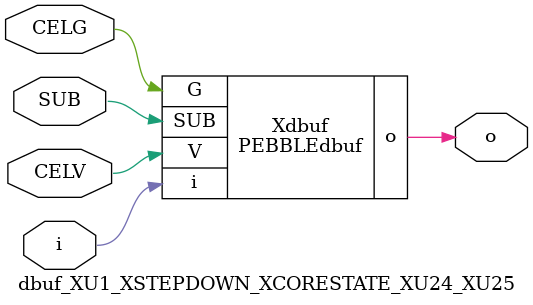
<source format=v>



module PEBBLEdbuf ( o, G, SUB, V, i );

  input V;
  input i;
  input G;
  output o;
  input SUB;
endmodule

//Celera Confidential Do Not Copy dbuf_XU1_XSTEPDOWN_XCORESTATE_XU24_XU25
//Celera Confidential Symbol Generator
//Digital Buffer
module dbuf_XU1_XSTEPDOWN_XCORESTATE_XU24_XU25 (CELV,CELG,i,o,SUB);
input CELV;
input CELG;
input i;
input SUB;
output o;

//Celera Confidential Do Not Copy dbuf
PEBBLEdbuf Xdbuf(
.V (CELV),
.i (i),
.o (o),
.SUB (SUB),
.G (CELG)
);
//,diesize,PEBBLEdbuf

//Celera Confidential Do Not Copy Module End
//Celera Schematic Generator
endmodule

</source>
